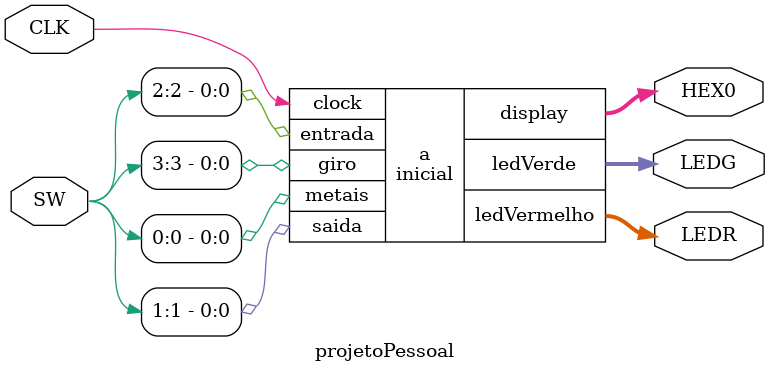
<source format=v>
module inicial ( giro, entrada, saida, metais, ledVerde, ledVermelho, display, clock );
	input giro, entrada, saida, metais, clock;
	output [1:0] ledVerde, ledVermelho;
	output [6:0] display;

	reg [2:0] estado;
	reg [3:0] tmp;
	reg [1:0] tmpLedVerde, tmpLedVermelho;
	reg [6:0] tmpDisplay;

	parameter A = 3'b000, B = 3'b001, C = 3'b010, D = 3'b011, E = 3'b100;

	initial estado = A;

	always @( posedge clock ) begin
			tmp = { giro, entrada, saida, metais }; 

          	case( estado )
          			A: begin
								tmpLedVerde = 2'b00;
								tmpLedVermelho = 2'b00;
								tmpDisplay = 7'b1111001;

								if( tmp == 4'b1100 )
									estado = B;
								if( tmp == 4'b1101 | tmp == 4'b1111 )
									estado = C;
								if( tmp == 4'b1110 )
									estado = D;
								if( tmp == 4'b1010 )
									estado = E;

							end

          			B: begin
								tmpLedVerde = 2'b01;
								tmpLedVermelho = 2'b00;
								tmpDisplay = 7'b0100100;

								if( tmp == 4'b0000 | tmp == 4'b1000 )
									estado = A;
								if( tmp == 4'b1101 )
									estado = C;
								if( tmp == 4'b1110 | tmp == 4'b1111 )
									estado = D;
								if( tmp == 4'b1010 | tmp == 4'b1011 )
									estado = E;

							end

          			C: begin
								tmpLedVerde = 2'b00;
								tmpLedVermelho = 2'b01;
								tmpDisplay = 7'b0110000;

								if( tmp == 4'b0100 | tmp == 4'b1100 )
									estado = B;
								if( tmp == 4'b0000 | tmp == 4'b1000 )
									estado = A;
								if( tmp == 4'b0110 | tmp == 4'b1110 )
									estado = D;
								if( tmp == 4'b1010 )
									estado = E;

							end

          			D: begin
								tmpLedVerde = 2'b10;
								tmpLedVermelho = 2'b10;
								tmpDisplay = 7'b0011001;

								if( tmp == 4'b0111 | tmp == 4'b1111 )
									estado = C;
								if( tmp == 4'b1100 )
									estado = B;
								if( tmp == 4'b1010 )
									estado = E;
								if( tmp == 4'b0000 | tmp == 4'b1000 )
									estado = A;

							end

						E: begin
								tmpLedVerde = 2'b00;
								tmpLedVermelho = 2'b00;
								tmpDisplay = 7'b0010010;

								if( tmp == 4'b0000 | tmp == 4'b1000 )
									estado = A;
								if( tmp == 4'b0110 | tmp == 4'b1110 )
									estado = D;
								if( tmp == 4'b1100 )
									estado = B;
								if( tmp == 4'b1101 )
									estado = C;

							end

          			default: estado = A;

          	endcase
	end

	assign ledVerde = tmpLedVerde;
	assign ledVermelho = tmpLedVermelho;
	assign display = tmpDisplay;

endmodule

module projetoPessoal ( SW,LEDG, LEDR, HEX0, CLK );
	input [3:0] SW;
	input CLK;
	output [1:0] LEDG, LEDR;
	output [6:0] HEX0;

	inicial a( SW[3], SW[2], SW[1], SW[0], LEDG, LEDR, HEX0, CLK );
endmodule

</source>
